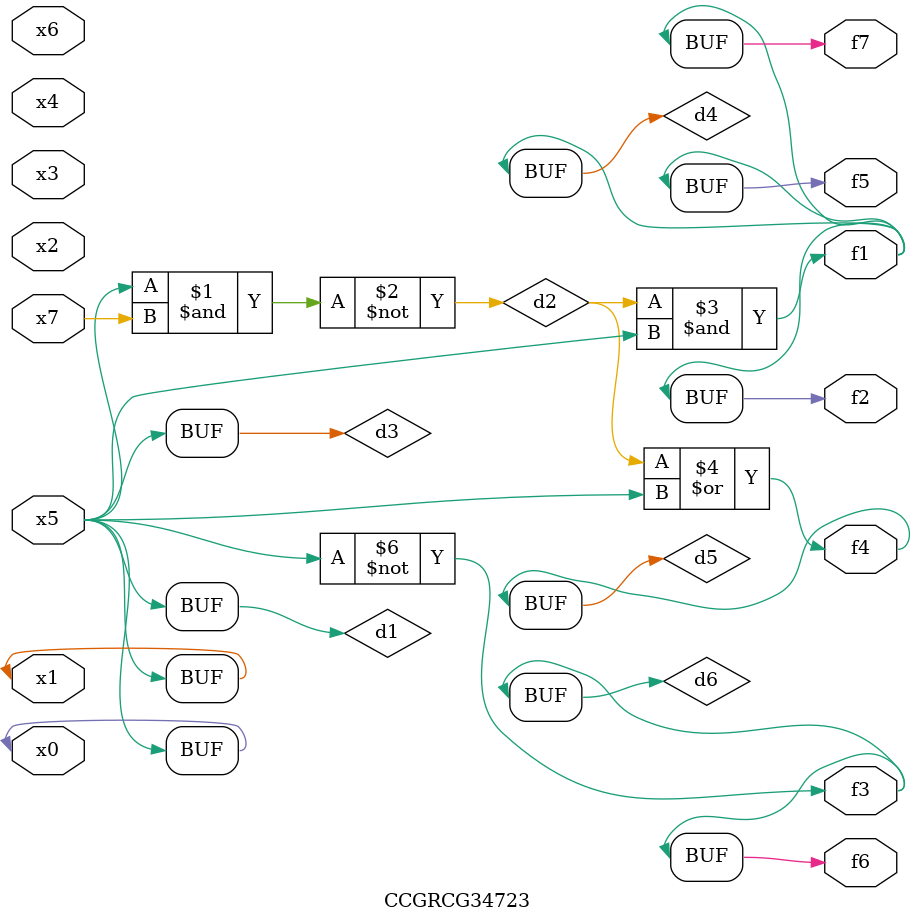
<source format=v>
module CCGRCG34723(
	input x0, x1, x2, x3, x4, x5, x6, x7,
	output f1, f2, f3, f4, f5, f6, f7
);

	wire d1, d2, d3, d4, d5, d6;

	buf (d1, x0, x5);
	nand (d2, x5, x7);
	buf (d3, x0, x1);
	and (d4, d2, d3);
	or (d5, d2, d3);
	nor (d6, d1, d3);
	assign f1 = d4;
	assign f2 = d4;
	assign f3 = d6;
	assign f4 = d5;
	assign f5 = d4;
	assign f6 = d6;
	assign f7 = d4;
endmodule

</source>
